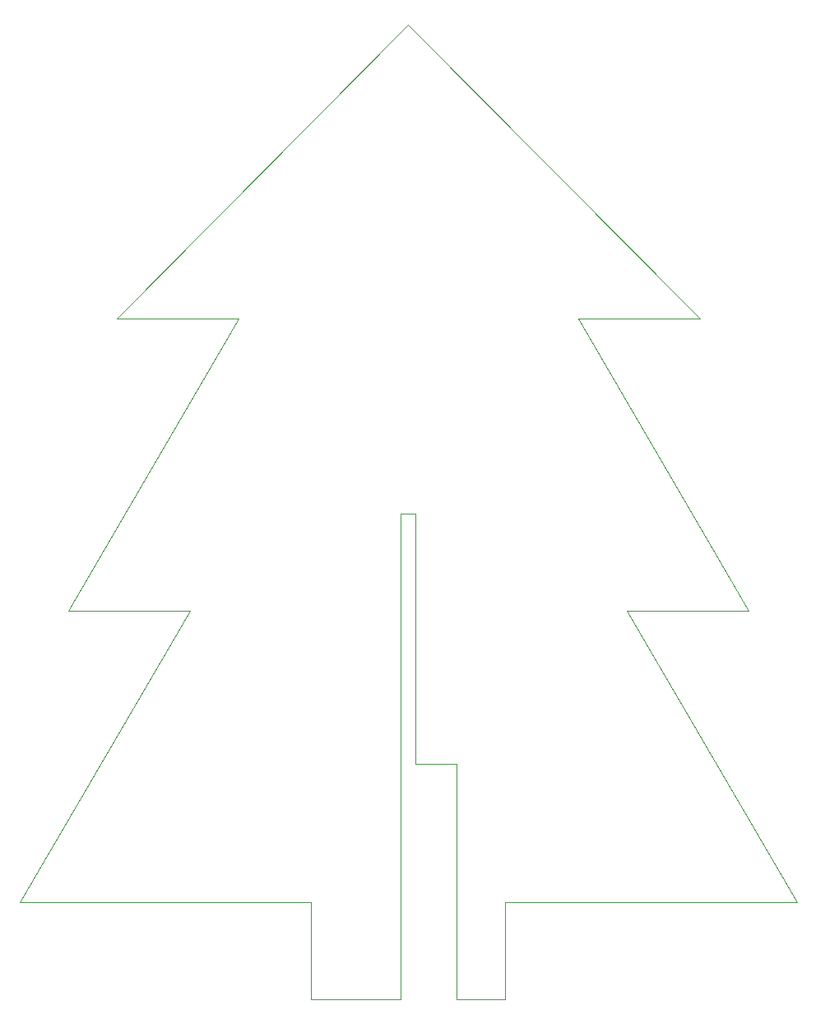
<source format=gm1>
%TF.GenerationSoftware,KiCad,Pcbnew,(6.0.9)*%
%TF.CreationDate,2022-12-10T13:43:41+01:00*%
%TF.ProjectId,PartoDos,50617274-6f44-46f7-932e-6b696361645f,rev?*%
%TF.SameCoordinates,Original*%
%TF.FileFunction,Profile,NP*%
%FSLAX46Y46*%
G04 Gerber Fmt 4.6, Leading zero omitted, Abs format (unit mm)*
G04 Created by KiCad (PCBNEW (6.0.9)) date 2022-12-10 13:43:41*
%MOMM*%
%LPD*%
G01*
G04 APERTURE LIST*
%TA.AperFunction,Profile*%
%ADD10C,0.038100*%
%TD*%
G04 APERTURE END LIST*
D10*
X139750000Y-153000000D02*
X139750000Y-103000000D01*
X130500000Y-143000000D02*
X100500000Y-143000000D01*
X100500000Y-143000000D02*
X118000000Y-113000000D01*
X130500000Y-153000000D02*
X130500000Y-143000000D01*
X140500000Y-52750000D02*
X170500000Y-83000000D01*
X110500000Y-83000000D02*
X123000000Y-83000000D01*
X118000000Y-113000000D02*
X105500000Y-113000000D01*
X110500000Y-83000000D02*
X140500000Y-52750000D01*
X139750000Y-153000000D02*
X130500000Y-153000000D01*
X141250000Y-128750000D02*
X145500000Y-128750000D01*
X141250000Y-103000000D02*
X141250000Y-128750000D01*
X180500000Y-143000000D02*
X150500000Y-143000000D01*
X145500000Y-153000000D02*
X150500000Y-153000000D01*
X139750000Y-103000000D02*
X141250000Y-103000000D01*
X158000000Y-83000000D02*
X175500000Y-113000000D01*
X158000000Y-83000000D02*
X170500000Y-83000000D01*
X145500000Y-128750000D02*
X145500000Y-153000000D01*
X175500000Y-113000000D02*
X163000000Y-113000000D01*
X105500000Y-113000000D02*
X123000000Y-83000000D01*
X163000000Y-113000000D02*
X180500000Y-143000000D01*
X150500000Y-143000000D02*
X150500000Y-153000000D01*
M02*

</source>
